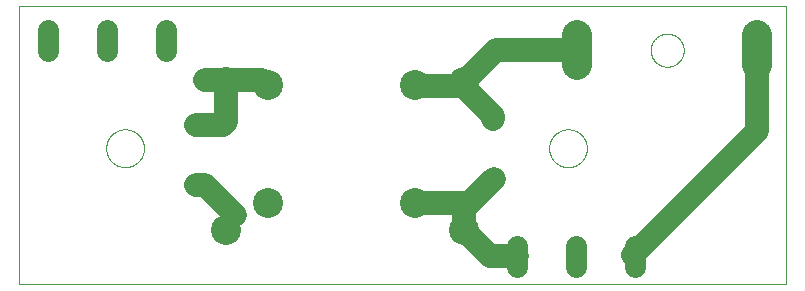
<source format=gbl>
G04 EAGLE Gerber RS-274X export*
G75*
%MOMM*%
%FSLAX34Y34*%
%LPD*%
%INBottom copper*%
%IPPOS*%
%AMOC8*
5,1,8,0,0,1.08239X$1,22.5*%
G01*
%ADD10C,0.000000*%
%ADD11C,2.540000*%
%ADD12P,1.732040X8X112.500000*%
%ADD13C,1.790700*%
%ADD14C,2.540000*%
%ADD15C,2.032000*%


D10*
X25320Y0D02*
X674680Y0D01*
X674680Y235000D01*
X25320Y235000D01*
X25320Y0D01*
X99000Y115000D02*
X99005Y115393D01*
X99019Y115785D01*
X99043Y116177D01*
X99077Y116568D01*
X99120Y116959D01*
X99173Y117348D01*
X99236Y117735D01*
X99307Y118121D01*
X99389Y118506D01*
X99479Y118888D01*
X99580Y119267D01*
X99689Y119645D01*
X99808Y120019D01*
X99935Y120390D01*
X100072Y120758D01*
X100218Y121123D01*
X100373Y121484D01*
X100536Y121841D01*
X100708Y122194D01*
X100889Y122542D01*
X101079Y122886D01*
X101276Y123226D01*
X101482Y123560D01*
X101696Y123889D01*
X101919Y124213D01*
X102149Y124531D01*
X102386Y124844D01*
X102632Y125150D01*
X102885Y125451D01*
X103145Y125745D01*
X103412Y126033D01*
X103686Y126314D01*
X103967Y126588D01*
X104255Y126855D01*
X104549Y127115D01*
X104850Y127368D01*
X105156Y127614D01*
X105469Y127851D01*
X105787Y128081D01*
X106111Y128304D01*
X106440Y128518D01*
X106774Y128724D01*
X107114Y128921D01*
X107458Y129111D01*
X107806Y129292D01*
X108159Y129464D01*
X108516Y129627D01*
X108877Y129782D01*
X109242Y129928D01*
X109610Y130065D01*
X109981Y130192D01*
X110355Y130311D01*
X110733Y130420D01*
X111112Y130521D01*
X111494Y130611D01*
X111879Y130693D01*
X112265Y130764D01*
X112652Y130827D01*
X113041Y130880D01*
X113432Y130923D01*
X113823Y130957D01*
X114215Y130981D01*
X114607Y130995D01*
X115000Y131000D01*
X115393Y130995D01*
X115785Y130981D01*
X116177Y130957D01*
X116568Y130923D01*
X116959Y130880D01*
X117348Y130827D01*
X117735Y130764D01*
X118121Y130693D01*
X118506Y130611D01*
X118888Y130521D01*
X119267Y130420D01*
X119645Y130311D01*
X120019Y130192D01*
X120390Y130065D01*
X120758Y129928D01*
X121123Y129782D01*
X121484Y129627D01*
X121841Y129464D01*
X122194Y129292D01*
X122542Y129111D01*
X122886Y128921D01*
X123226Y128724D01*
X123560Y128518D01*
X123889Y128304D01*
X124213Y128081D01*
X124531Y127851D01*
X124844Y127614D01*
X125150Y127368D01*
X125451Y127115D01*
X125745Y126855D01*
X126033Y126588D01*
X126314Y126314D01*
X126588Y126033D01*
X126855Y125745D01*
X127115Y125451D01*
X127368Y125150D01*
X127614Y124844D01*
X127851Y124531D01*
X128081Y124213D01*
X128304Y123889D01*
X128518Y123560D01*
X128724Y123226D01*
X128921Y122886D01*
X129111Y122542D01*
X129292Y122194D01*
X129464Y121841D01*
X129627Y121484D01*
X129782Y121123D01*
X129928Y120758D01*
X130065Y120390D01*
X130192Y120019D01*
X130311Y119645D01*
X130420Y119267D01*
X130521Y118888D01*
X130611Y118506D01*
X130693Y118121D01*
X130764Y117735D01*
X130827Y117348D01*
X130880Y116959D01*
X130923Y116568D01*
X130957Y116177D01*
X130981Y115785D01*
X130995Y115393D01*
X131000Y115000D01*
X130995Y114607D01*
X130981Y114215D01*
X130957Y113823D01*
X130923Y113432D01*
X130880Y113041D01*
X130827Y112652D01*
X130764Y112265D01*
X130693Y111879D01*
X130611Y111494D01*
X130521Y111112D01*
X130420Y110733D01*
X130311Y110355D01*
X130192Y109981D01*
X130065Y109610D01*
X129928Y109242D01*
X129782Y108877D01*
X129627Y108516D01*
X129464Y108159D01*
X129292Y107806D01*
X129111Y107458D01*
X128921Y107114D01*
X128724Y106774D01*
X128518Y106440D01*
X128304Y106111D01*
X128081Y105787D01*
X127851Y105469D01*
X127614Y105156D01*
X127368Y104850D01*
X127115Y104549D01*
X126855Y104255D01*
X126588Y103967D01*
X126314Y103686D01*
X126033Y103412D01*
X125745Y103145D01*
X125451Y102885D01*
X125150Y102632D01*
X124844Y102386D01*
X124531Y102149D01*
X124213Y101919D01*
X123889Y101696D01*
X123560Y101482D01*
X123226Y101276D01*
X122886Y101079D01*
X122542Y100889D01*
X122194Y100708D01*
X121841Y100536D01*
X121484Y100373D01*
X121123Y100218D01*
X120758Y100072D01*
X120390Y99935D01*
X120019Y99808D01*
X119645Y99689D01*
X119267Y99580D01*
X118888Y99479D01*
X118506Y99389D01*
X118121Y99307D01*
X117735Y99236D01*
X117348Y99173D01*
X116959Y99120D01*
X116568Y99077D01*
X116177Y99043D01*
X115785Y99019D01*
X115393Y99005D01*
X115000Y99000D01*
X114607Y99005D01*
X114215Y99019D01*
X113823Y99043D01*
X113432Y99077D01*
X113041Y99120D01*
X112652Y99173D01*
X112265Y99236D01*
X111879Y99307D01*
X111494Y99389D01*
X111112Y99479D01*
X110733Y99580D01*
X110355Y99689D01*
X109981Y99808D01*
X109610Y99935D01*
X109242Y100072D01*
X108877Y100218D01*
X108516Y100373D01*
X108159Y100536D01*
X107806Y100708D01*
X107458Y100889D01*
X107114Y101079D01*
X106774Y101276D01*
X106440Y101482D01*
X106111Y101696D01*
X105787Y101919D01*
X105469Y102149D01*
X105156Y102386D01*
X104850Y102632D01*
X104549Y102885D01*
X104255Y103145D01*
X103967Y103412D01*
X103686Y103686D01*
X103412Y103967D01*
X103145Y104255D01*
X102885Y104549D01*
X102632Y104850D01*
X102386Y105156D01*
X102149Y105469D01*
X101919Y105787D01*
X101696Y106111D01*
X101482Y106440D01*
X101276Y106774D01*
X101079Y107114D01*
X100889Y107458D01*
X100708Y107806D01*
X100536Y108159D01*
X100373Y108516D01*
X100218Y108877D01*
X100072Y109242D01*
X99935Y109610D01*
X99808Y109981D01*
X99689Y110355D01*
X99580Y110733D01*
X99479Y111112D01*
X99389Y111494D01*
X99307Y111879D01*
X99236Y112265D01*
X99173Y112652D01*
X99120Y113041D01*
X99077Y113432D01*
X99043Y113823D01*
X99019Y114215D01*
X99005Y114607D01*
X99000Y115000D01*
X474000Y115000D02*
X474005Y115393D01*
X474019Y115785D01*
X474043Y116177D01*
X474077Y116568D01*
X474120Y116959D01*
X474173Y117348D01*
X474236Y117735D01*
X474307Y118121D01*
X474389Y118506D01*
X474479Y118888D01*
X474580Y119267D01*
X474689Y119645D01*
X474808Y120019D01*
X474935Y120390D01*
X475072Y120758D01*
X475218Y121123D01*
X475373Y121484D01*
X475536Y121841D01*
X475708Y122194D01*
X475889Y122542D01*
X476079Y122886D01*
X476276Y123226D01*
X476482Y123560D01*
X476696Y123889D01*
X476919Y124213D01*
X477149Y124531D01*
X477386Y124844D01*
X477632Y125150D01*
X477885Y125451D01*
X478145Y125745D01*
X478412Y126033D01*
X478686Y126314D01*
X478967Y126588D01*
X479255Y126855D01*
X479549Y127115D01*
X479850Y127368D01*
X480156Y127614D01*
X480469Y127851D01*
X480787Y128081D01*
X481111Y128304D01*
X481440Y128518D01*
X481774Y128724D01*
X482114Y128921D01*
X482458Y129111D01*
X482806Y129292D01*
X483159Y129464D01*
X483516Y129627D01*
X483877Y129782D01*
X484242Y129928D01*
X484610Y130065D01*
X484981Y130192D01*
X485355Y130311D01*
X485733Y130420D01*
X486112Y130521D01*
X486494Y130611D01*
X486879Y130693D01*
X487265Y130764D01*
X487652Y130827D01*
X488041Y130880D01*
X488432Y130923D01*
X488823Y130957D01*
X489215Y130981D01*
X489607Y130995D01*
X490000Y131000D01*
X490393Y130995D01*
X490785Y130981D01*
X491177Y130957D01*
X491568Y130923D01*
X491959Y130880D01*
X492348Y130827D01*
X492735Y130764D01*
X493121Y130693D01*
X493506Y130611D01*
X493888Y130521D01*
X494267Y130420D01*
X494645Y130311D01*
X495019Y130192D01*
X495390Y130065D01*
X495758Y129928D01*
X496123Y129782D01*
X496484Y129627D01*
X496841Y129464D01*
X497194Y129292D01*
X497542Y129111D01*
X497886Y128921D01*
X498226Y128724D01*
X498560Y128518D01*
X498889Y128304D01*
X499213Y128081D01*
X499531Y127851D01*
X499844Y127614D01*
X500150Y127368D01*
X500451Y127115D01*
X500745Y126855D01*
X501033Y126588D01*
X501314Y126314D01*
X501588Y126033D01*
X501855Y125745D01*
X502115Y125451D01*
X502368Y125150D01*
X502614Y124844D01*
X502851Y124531D01*
X503081Y124213D01*
X503304Y123889D01*
X503518Y123560D01*
X503724Y123226D01*
X503921Y122886D01*
X504111Y122542D01*
X504292Y122194D01*
X504464Y121841D01*
X504627Y121484D01*
X504782Y121123D01*
X504928Y120758D01*
X505065Y120390D01*
X505192Y120019D01*
X505311Y119645D01*
X505420Y119267D01*
X505521Y118888D01*
X505611Y118506D01*
X505693Y118121D01*
X505764Y117735D01*
X505827Y117348D01*
X505880Y116959D01*
X505923Y116568D01*
X505957Y116177D01*
X505981Y115785D01*
X505995Y115393D01*
X506000Y115000D01*
X505995Y114607D01*
X505981Y114215D01*
X505957Y113823D01*
X505923Y113432D01*
X505880Y113041D01*
X505827Y112652D01*
X505764Y112265D01*
X505693Y111879D01*
X505611Y111494D01*
X505521Y111112D01*
X505420Y110733D01*
X505311Y110355D01*
X505192Y109981D01*
X505065Y109610D01*
X504928Y109242D01*
X504782Y108877D01*
X504627Y108516D01*
X504464Y108159D01*
X504292Y107806D01*
X504111Y107458D01*
X503921Y107114D01*
X503724Y106774D01*
X503518Y106440D01*
X503304Y106111D01*
X503081Y105787D01*
X502851Y105469D01*
X502614Y105156D01*
X502368Y104850D01*
X502115Y104549D01*
X501855Y104255D01*
X501588Y103967D01*
X501314Y103686D01*
X501033Y103412D01*
X500745Y103145D01*
X500451Y102885D01*
X500150Y102632D01*
X499844Y102386D01*
X499531Y102149D01*
X499213Y101919D01*
X498889Y101696D01*
X498560Y101482D01*
X498226Y101276D01*
X497886Y101079D01*
X497542Y100889D01*
X497194Y100708D01*
X496841Y100536D01*
X496484Y100373D01*
X496123Y100218D01*
X495758Y100072D01*
X495390Y99935D01*
X495019Y99808D01*
X494645Y99689D01*
X494267Y99580D01*
X493888Y99479D01*
X493506Y99389D01*
X493121Y99307D01*
X492735Y99236D01*
X492348Y99173D01*
X491959Y99120D01*
X491568Y99077D01*
X491177Y99043D01*
X490785Y99019D01*
X490393Y99005D01*
X490000Y99000D01*
X489607Y99005D01*
X489215Y99019D01*
X488823Y99043D01*
X488432Y99077D01*
X488041Y99120D01*
X487652Y99173D01*
X487265Y99236D01*
X486879Y99307D01*
X486494Y99389D01*
X486112Y99479D01*
X485733Y99580D01*
X485355Y99689D01*
X484981Y99808D01*
X484610Y99935D01*
X484242Y100072D01*
X483877Y100218D01*
X483516Y100373D01*
X483159Y100536D01*
X482806Y100708D01*
X482458Y100889D01*
X482114Y101079D01*
X481774Y101276D01*
X481440Y101482D01*
X481111Y101696D01*
X480787Y101919D01*
X480469Y102149D01*
X480156Y102386D01*
X479850Y102632D01*
X479549Y102885D01*
X479255Y103145D01*
X478967Y103412D01*
X478686Y103686D01*
X478412Y103967D01*
X478145Y104255D01*
X477885Y104549D01*
X477632Y104850D01*
X477386Y105156D01*
X477149Y105469D01*
X476919Y105787D01*
X476696Y106111D01*
X476482Y106440D01*
X476276Y106774D01*
X476079Y107114D01*
X475889Y107458D01*
X475708Y107806D01*
X475536Y108159D01*
X475373Y108516D01*
X475218Y108877D01*
X475072Y109242D01*
X474935Y109610D01*
X474808Y109981D01*
X474689Y110355D01*
X474580Y110733D01*
X474479Y111112D01*
X474389Y111494D01*
X474307Y111879D01*
X474236Y112265D01*
X474173Y112652D01*
X474120Y113041D01*
X474077Y113432D01*
X474043Y113823D01*
X474019Y114215D01*
X474005Y114607D01*
X474000Y115000D01*
D11*
X401800Y170700D03*
X401800Y45700D03*
X200800Y170700D03*
X200800Y45700D03*
X360700Y168400D03*
X360700Y68400D03*
X235700Y168400D03*
X235700Y68400D03*
D12*
X427000Y89000D03*
X427000Y139800D03*
X175000Y84600D03*
X175000Y135400D03*
D13*
X446520Y32334D02*
X446520Y14427D01*
X496520Y14427D02*
X496520Y32334D01*
X546520Y32334D02*
X546520Y14427D01*
X149560Y197427D02*
X149560Y215334D01*
X99560Y215334D02*
X99560Y197427D01*
X49560Y197427D02*
X49560Y215334D01*
D14*
X650200Y210700D02*
X650200Y185300D01*
X497800Y185300D02*
X497800Y210700D01*
D10*
X560030Y198000D02*
X560034Y198343D01*
X560047Y198685D01*
X560068Y199028D01*
X560097Y199369D01*
X560135Y199710D01*
X560181Y200050D01*
X560236Y200388D01*
X560298Y200725D01*
X560369Y201061D01*
X560449Y201394D01*
X560536Y201726D01*
X560632Y202055D01*
X560735Y202382D01*
X560847Y202706D01*
X560966Y203028D01*
X561093Y203346D01*
X561228Y203661D01*
X561371Y203973D01*
X561522Y204281D01*
X561680Y204585D01*
X561845Y204886D01*
X562018Y205182D01*
X562197Y205474D01*
X562384Y205761D01*
X562578Y206044D01*
X562779Y206322D01*
X562987Y206595D01*
X563201Y206862D01*
X563422Y207125D01*
X563649Y207382D01*
X563882Y207633D01*
X564122Y207878D01*
X564367Y208118D01*
X564618Y208351D01*
X564875Y208578D01*
X565138Y208799D01*
X565405Y209013D01*
X565678Y209221D01*
X565956Y209422D01*
X566239Y209616D01*
X566526Y209803D01*
X566818Y209982D01*
X567114Y210155D01*
X567415Y210320D01*
X567719Y210478D01*
X568027Y210629D01*
X568339Y210772D01*
X568654Y210907D01*
X568972Y211034D01*
X569294Y211153D01*
X569618Y211265D01*
X569945Y211368D01*
X570274Y211464D01*
X570606Y211551D01*
X570939Y211631D01*
X571275Y211702D01*
X571612Y211764D01*
X571950Y211819D01*
X572290Y211865D01*
X572631Y211903D01*
X572972Y211932D01*
X573315Y211953D01*
X573657Y211966D01*
X574000Y211970D01*
X574343Y211966D01*
X574685Y211953D01*
X575028Y211932D01*
X575369Y211903D01*
X575710Y211865D01*
X576050Y211819D01*
X576388Y211764D01*
X576725Y211702D01*
X577061Y211631D01*
X577394Y211551D01*
X577726Y211464D01*
X578055Y211368D01*
X578382Y211265D01*
X578706Y211153D01*
X579028Y211034D01*
X579346Y210907D01*
X579661Y210772D01*
X579973Y210629D01*
X580281Y210478D01*
X580585Y210320D01*
X580886Y210155D01*
X581182Y209982D01*
X581474Y209803D01*
X581761Y209616D01*
X582044Y209422D01*
X582322Y209221D01*
X582595Y209013D01*
X582862Y208799D01*
X583125Y208578D01*
X583382Y208351D01*
X583633Y208118D01*
X583878Y207878D01*
X584118Y207633D01*
X584351Y207382D01*
X584578Y207125D01*
X584799Y206862D01*
X585013Y206595D01*
X585221Y206322D01*
X585422Y206044D01*
X585616Y205761D01*
X585803Y205474D01*
X585982Y205182D01*
X586155Y204886D01*
X586320Y204585D01*
X586478Y204281D01*
X586629Y203973D01*
X586772Y203661D01*
X586907Y203346D01*
X587034Y203028D01*
X587153Y202706D01*
X587265Y202382D01*
X587368Y202055D01*
X587464Y201726D01*
X587551Y201394D01*
X587631Y201061D01*
X587702Y200725D01*
X587764Y200388D01*
X587819Y200050D01*
X587865Y199710D01*
X587903Y199369D01*
X587932Y199028D01*
X587953Y198685D01*
X587966Y198343D01*
X587970Y198000D01*
X587966Y197657D01*
X587953Y197315D01*
X587932Y196972D01*
X587903Y196631D01*
X587865Y196290D01*
X587819Y195950D01*
X587764Y195612D01*
X587702Y195275D01*
X587631Y194939D01*
X587551Y194606D01*
X587464Y194274D01*
X587368Y193945D01*
X587265Y193618D01*
X587153Y193294D01*
X587034Y192972D01*
X586907Y192654D01*
X586772Y192339D01*
X586629Y192027D01*
X586478Y191719D01*
X586320Y191415D01*
X586155Y191114D01*
X585982Y190818D01*
X585803Y190526D01*
X585616Y190239D01*
X585422Y189956D01*
X585221Y189678D01*
X585013Y189405D01*
X584799Y189138D01*
X584578Y188875D01*
X584351Y188618D01*
X584118Y188367D01*
X583878Y188122D01*
X583633Y187882D01*
X583382Y187649D01*
X583125Y187422D01*
X582862Y187201D01*
X582595Y186987D01*
X582322Y186779D01*
X582044Y186578D01*
X581761Y186384D01*
X581474Y186197D01*
X581182Y186018D01*
X580886Y185845D01*
X580585Y185680D01*
X580281Y185522D01*
X579973Y185371D01*
X579661Y185228D01*
X579346Y185093D01*
X579028Y184966D01*
X578706Y184847D01*
X578382Y184735D01*
X578055Y184632D01*
X577726Y184536D01*
X577394Y184449D01*
X577061Y184369D01*
X576725Y184298D01*
X576388Y184236D01*
X576050Y184181D01*
X575710Y184135D01*
X575369Y184097D01*
X575028Y184068D01*
X574685Y184047D01*
X574343Y184034D01*
X574000Y184030D01*
X573657Y184034D01*
X573315Y184047D01*
X572972Y184068D01*
X572631Y184097D01*
X572290Y184135D01*
X571950Y184181D01*
X571612Y184236D01*
X571275Y184298D01*
X570939Y184369D01*
X570606Y184449D01*
X570274Y184536D01*
X569945Y184632D01*
X569618Y184735D01*
X569294Y184847D01*
X568972Y184966D01*
X568654Y185093D01*
X568339Y185228D01*
X568027Y185371D01*
X567719Y185522D01*
X567415Y185680D01*
X567114Y185845D01*
X566818Y186018D01*
X566526Y186197D01*
X566239Y186384D01*
X565956Y186578D01*
X565678Y186779D01*
X565405Y186987D01*
X565138Y187201D01*
X564875Y187422D01*
X564618Y187649D01*
X564367Y187882D01*
X564122Y188122D01*
X563882Y188367D01*
X563649Y188618D01*
X563422Y188875D01*
X563201Y189138D01*
X562987Y189405D01*
X562779Y189678D01*
X562578Y189956D01*
X562384Y190239D01*
X562197Y190526D01*
X562018Y190818D01*
X561845Y191114D01*
X561680Y191415D01*
X561522Y191719D01*
X561371Y192027D01*
X561228Y192339D01*
X561093Y192654D01*
X560966Y192972D01*
X560847Y193294D01*
X560735Y193618D01*
X560632Y193945D01*
X560536Y194274D01*
X560449Y194606D01*
X560369Y194939D01*
X560298Y195275D01*
X560236Y195612D01*
X560181Y195950D01*
X560135Y196290D01*
X560097Y196631D01*
X560068Y196972D01*
X560047Y197315D01*
X560034Y197657D01*
X560030Y198000D01*
D15*
X446520Y23380D02*
X424120Y23380D01*
X401800Y45700D01*
X401800Y63800D01*
X420064Y82064D01*
X427000Y89000D01*
X406400Y68400D02*
X360700Y68400D01*
X406400Y68400D02*
X420064Y82064D01*
X401800Y170700D02*
X429100Y198000D01*
X497800Y198000D01*
X182880Y83820D02*
X175260Y83820D01*
X182880Y83820D02*
X208280Y58420D01*
X198120Y134620D02*
X175260Y134620D01*
X198120Y134620D02*
X200660Y137160D01*
X200660Y167640D01*
X182880Y172720D02*
X231140Y172720D01*
X236220Y167640D01*
X360680Y167640D02*
X398780Y167640D01*
X401320Y170180D01*
X401320Y172720D01*
X426720Y142240D02*
X426720Y139700D01*
X426720Y142240D02*
X401320Y167640D01*
X545000Y25000D02*
X650000Y130000D01*
X650000Y200000D01*
M02*

</source>
